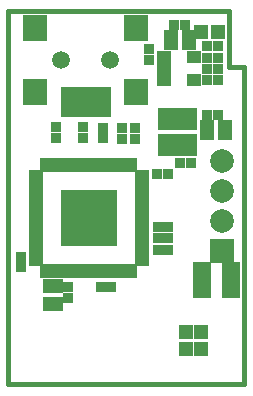
<source format=gts>
G04 (created by PCBNEW-RS274X (2010-08-11 BZR 2448)-unstable) date Thu 16 Jun 2011 14:25:03 CST*
G01*
G70*
G90*
%MOIN*%
G04 Gerber Fmt 3.4, Leading zero omitted, Abs format*
%FSLAX34Y34*%
G04 APERTURE LIST*
%ADD10C,0.001000*%
%ADD11C,0.015000*%
%ADD12R,0.051400X0.051400*%
%ADD13R,0.029800X0.051500*%
%ADD14R,0.051500X0.029800*%
%ADD15R,0.191300X0.191300*%
%ADD16R,0.038100X0.038100*%
%ADD17R,0.045000X0.065000*%
%ADD18R,0.065000X0.045000*%
%ADD19R,0.050000X0.040000*%
%ADD20R,0.059400X0.047600*%
%ADD21R,0.039700X0.098700*%
%ADD22R,0.083000X0.090900*%
%ADD23C,0.059400*%
%ADD24R,0.065300X0.075100*%
%ADD25R,0.079100X0.079100*%
%ADD26C,0.079100*%
G04 APERTURE END LIST*
G54D10*
G54D11*
X47244Y-41220D02*
X47244Y-41220D01*
X46732Y-41221D02*
X47244Y-41221D01*
X46732Y-39370D02*
X46732Y-41220D01*
X39370Y-51811D02*
X39370Y-39370D01*
X47244Y-51811D02*
X39370Y-51811D01*
X47244Y-41220D02*
X47244Y-51811D01*
X39370Y-39370D02*
X46732Y-39370D01*
G54D12*
X46375Y-40080D03*
X45785Y-40080D03*
X45800Y-50645D03*
X45800Y-50055D03*
X45300Y-50645D03*
X45300Y-50055D03*
G54D13*
X43530Y-44490D03*
X43333Y-44490D03*
X43136Y-44490D03*
X42939Y-44490D03*
X42743Y-44490D03*
X42546Y-44490D03*
X42349Y-44490D03*
X42152Y-44490D03*
X41955Y-44490D03*
X41758Y-44490D03*
X41561Y-44490D03*
X41365Y-44490D03*
X41168Y-44490D03*
X40971Y-44490D03*
X40774Y-44490D03*
X40577Y-44490D03*
G54D14*
X40282Y-44785D03*
X40282Y-44982D03*
X40282Y-45179D03*
X40282Y-45376D03*
X40282Y-45573D03*
X40282Y-45770D03*
X40282Y-45966D03*
X40282Y-46163D03*
X40282Y-46360D03*
X40282Y-46557D03*
X40282Y-46754D03*
X40282Y-46951D03*
X40282Y-47147D03*
X40282Y-47344D03*
X40282Y-47541D03*
X40282Y-47738D03*
G54D13*
X40577Y-48033D03*
X40774Y-48033D03*
X40971Y-48033D03*
X41168Y-48033D03*
X41365Y-48033D03*
X41561Y-48033D03*
X41758Y-48033D03*
X41955Y-48033D03*
X42152Y-48033D03*
X42349Y-48033D03*
X42546Y-48033D03*
X42743Y-48033D03*
X42939Y-48033D03*
X43136Y-48033D03*
X43333Y-48033D03*
X43530Y-48033D03*
G54D14*
X43825Y-47738D03*
X43825Y-47541D03*
X43825Y-47344D03*
X43825Y-47147D03*
X43825Y-46951D03*
X43825Y-46754D03*
X43825Y-46557D03*
X43825Y-46360D03*
X43825Y-46163D03*
X43825Y-45966D03*
X43825Y-45770D03*
X43825Y-45573D03*
X43825Y-45376D03*
X43825Y-45179D03*
X43825Y-44982D03*
X43825Y-44785D03*
G54D15*
X42054Y-46262D03*
G54D16*
X45110Y-44440D03*
X45460Y-44440D03*
X43587Y-43618D03*
X43587Y-43268D03*
X44050Y-41000D03*
X44050Y-40650D03*
X44710Y-46950D03*
X44360Y-46950D03*
X44710Y-46570D03*
X44360Y-46570D03*
X46010Y-41300D03*
X46360Y-41300D03*
X46010Y-40920D03*
X46360Y-40920D03*
X44900Y-39840D03*
X45250Y-39840D03*
X42450Y-48580D03*
X42800Y-48580D03*
X44360Y-47330D03*
X44710Y-47330D03*
X39780Y-47560D03*
X39780Y-47910D03*
X41360Y-48570D03*
X41360Y-48920D03*
X44340Y-44790D03*
X44690Y-44790D03*
X43169Y-43268D03*
X43169Y-43618D03*
X41870Y-43248D03*
X41870Y-43598D03*
X46360Y-40540D03*
X46010Y-40540D03*
X46010Y-42850D03*
X46360Y-42850D03*
X46010Y-41680D03*
X46360Y-41680D03*
G54D17*
X44780Y-40340D03*
X45380Y-40340D03*
X45980Y-43350D03*
X46580Y-43350D03*
G54D18*
X40870Y-48530D03*
X40870Y-49130D03*
G54D19*
X44550Y-40915D03*
X44550Y-41665D03*
X45550Y-40915D03*
X44550Y-41290D03*
X45550Y-41665D03*
G54D20*
X45840Y-47960D03*
X45840Y-48335D03*
X45840Y-48708D03*
X46784Y-48710D03*
X46784Y-48332D03*
X46784Y-47960D03*
G54D21*
X41320Y-42393D03*
X41635Y-42393D03*
X41950Y-42393D03*
X42265Y-42393D03*
X42580Y-42393D03*
G54D22*
X40257Y-42078D03*
X43643Y-42078D03*
X40257Y-39933D03*
X43643Y-39933D03*
G54D23*
X41123Y-41015D03*
X42777Y-41015D03*
G54D16*
X40949Y-43598D03*
X40949Y-43248D03*
X42539Y-43602D03*
X42539Y-43252D03*
G54D24*
X44690Y-42970D03*
X44690Y-43836D03*
X45320Y-43836D03*
X45320Y-42970D03*
G54D25*
X46496Y-47366D03*
G54D26*
X46496Y-46366D03*
X46496Y-45366D03*
X46496Y-44366D03*
M02*

</source>
